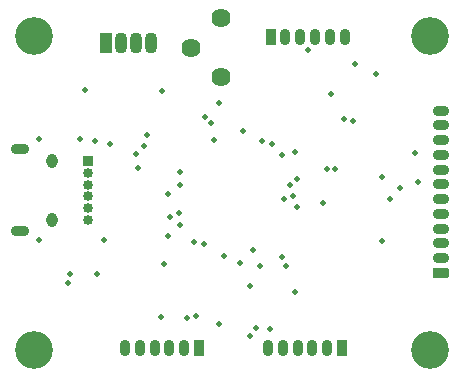
<source format=gbs>
G04 #@! TF.GenerationSoftware,KiCad,Pcbnew,8.0.5*
G04 #@! TF.CreationDate,2024-09-28T14:46:52+05:30*
G04 #@! TF.ProjectId,MKM01V10,4d4b4d30-3156-4313-902e-6b696361645f,1.0*
G04 #@! TF.SameCoordinates,Original*
G04 #@! TF.FileFunction,Soldermask,Bot*
G04 #@! TF.FilePolarity,Negative*
%FSLAX46Y46*%
G04 Gerber Fmt 4.6, Leading zero omitted, Abs format (unit mm)*
G04 Created by KiCad (PCBNEW 8.0.5) date 2024-09-28 14:46:52*
%MOMM*%
%LPD*%
G01*
G04 APERTURE LIST*
G04 Aperture macros list*
%AMRoundRect*
0 Rectangle with rounded corners*
0 $1 Rounding radius*
0 $2 $3 $4 $5 $6 $7 $8 $9 X,Y pos of 4 corners*
0 Add a 4 corners polygon primitive as box body*
4,1,4,$2,$3,$4,$5,$6,$7,$8,$9,$2,$3,0*
0 Add four circle primitives for the rounded corners*
1,1,$1+$1,$2,$3*
1,1,$1+$1,$4,$5*
1,1,$1+$1,$6,$7*
1,1,$1+$1,$8,$9*
0 Add four rect primitives between the rounded corners*
20,1,$1+$1,$2,$3,$4,$5,0*
20,1,$1+$1,$4,$5,$6,$7,0*
20,1,$1+$1,$6,$7,$8,$9,0*
20,1,$1+$1,$8,$9,$2,$3,0*%
G04 Aperture macros list end*
%ADD10R,0.850000X0.850000*%
%ADD11O,0.850000X0.850000*%
%ADD12C,3.200000*%
%ADD13RoundRect,0.225000X0.225000X0.475000X-0.225000X0.475000X-0.225000X-0.475000X0.225000X-0.475000X0*%
%ADD14O,0.900000X1.400000*%
%ADD15O,1.550000X0.890000*%
%ADD16O,0.950000X1.250000*%
%ADD17RoundRect,0.225000X-0.225000X-0.475000X0.225000X-0.475000X0.225000X0.475000X-0.225000X0.475000X0*%
%ADD18R,1.070000X1.800000*%
%ADD19O,1.070000X1.800000*%
%ADD20RoundRect,0.225000X0.475000X-0.225000X0.475000X0.225000X-0.475000X0.225000X-0.475000X-0.225000X0*%
%ADD21O,1.400000X0.900000*%
%ADD22C,1.620000*%
%ADD23C,0.500000*%
G04 APERTURE END LIST*
D10*
X51308000Y-43982000D03*
D11*
X51308000Y-44982000D03*
X51308000Y-45982000D03*
X51308000Y-46982000D03*
X51308000Y-47982000D03*
X51308000Y-48982000D03*
D12*
X46725000Y-33400000D03*
X46725000Y-60000000D03*
X80275000Y-33400000D03*
D13*
X72798000Y-59842400D03*
D14*
X71548000Y-59842400D03*
X70298000Y-59842400D03*
X69048000Y-59842400D03*
X67798000Y-59842400D03*
X66548000Y-59842400D03*
D15*
X45560000Y-42952000D03*
D16*
X48260000Y-43952000D03*
X48260000Y-48952000D03*
D15*
X45560000Y-49952000D03*
D17*
X66775000Y-33528000D03*
D14*
X68025000Y-33528000D03*
X69275000Y-33528000D03*
X70525000Y-33528000D03*
X71775000Y-33528000D03*
X73025000Y-33528000D03*
D18*
X52832000Y-34036000D03*
D19*
X54102000Y-34036000D03*
X55372000Y-34036000D03*
X56642000Y-34036000D03*
D12*
X80275000Y-60000000D03*
D20*
X81178400Y-53467000D03*
D21*
X81178400Y-52217000D03*
X81178400Y-50967000D03*
X81178400Y-49717000D03*
X81178400Y-48467000D03*
X81178400Y-47217000D03*
X81178400Y-45967000D03*
X81178400Y-44717000D03*
X81178400Y-43467000D03*
X81178400Y-42217000D03*
X81178400Y-40967000D03*
X81178400Y-39717000D03*
D13*
X60706000Y-59842400D03*
D14*
X59456000Y-59842400D03*
X58206000Y-59842400D03*
X56956000Y-59842400D03*
X55706000Y-59842400D03*
X54456000Y-59842400D03*
D22*
X62560200Y-36906200D03*
X60060200Y-34406200D03*
X62560200Y-31906200D03*
D23*
X58291800Y-48750700D03*
X56087500Y-42724100D03*
X61172400Y-40233200D03*
X62407400Y-39089500D03*
X65316600Y-51489800D03*
X55365700Y-43424100D03*
X53184200Y-42526900D03*
X57584500Y-38073800D03*
X51918200Y-42292700D03*
X49778400Y-53519500D03*
X57459200Y-57197900D03*
X64159900Y-52653400D03*
X65526700Y-58166500D03*
X68084400Y-52840400D03*
X65878900Y-52840400D03*
X61162200Y-51060100D03*
X64401000Y-41425000D03*
X66067000Y-42277400D03*
X68687500Y-46975100D03*
X59016100Y-48411700D03*
X79276200Y-45771200D03*
X59123800Y-45987700D03*
X59124700Y-44915200D03*
X68962300Y-45473900D03*
X71210900Y-47554900D03*
X68976800Y-47915200D03*
X68841900Y-55091600D03*
X62811700Y-52064300D03*
X65051000Y-58773800D03*
X66735000Y-58192500D03*
X76885800Y-47189000D03*
X77707900Y-46281300D03*
X71507700Y-44640500D03*
X72261200Y-44640500D03*
X67747100Y-52090100D03*
X73754900Y-40598800D03*
X50647200Y-42091100D03*
X47167000Y-42091100D03*
X47167000Y-50677200D03*
X52677500Y-50677200D03*
X58072200Y-50325300D03*
X59130900Y-49397400D03*
X67896200Y-47246500D03*
X61937900Y-42206000D03*
X69898500Y-34569700D03*
X72976000Y-40464400D03*
X60259300Y-50847700D03*
X68423900Y-46000700D03*
X62367200Y-57828200D03*
X67745700Y-43464800D03*
X66871900Y-42566700D03*
X56332600Y-41785100D03*
X52074700Y-53573300D03*
X58110200Y-46785900D03*
X51083900Y-37959300D03*
X71910300Y-38285100D03*
X59722600Y-57287000D03*
X64986000Y-54564700D03*
X61746000Y-40806900D03*
X68807200Y-43226100D03*
X55545900Y-44619700D03*
X57753400Y-52703600D03*
X75669500Y-36658300D03*
X76235200Y-50802400D03*
X49650200Y-54284900D03*
X60474400Y-57151400D03*
X76205200Y-45345500D03*
X78996300Y-43277200D03*
X73936700Y-35765400D03*
M02*

</source>
